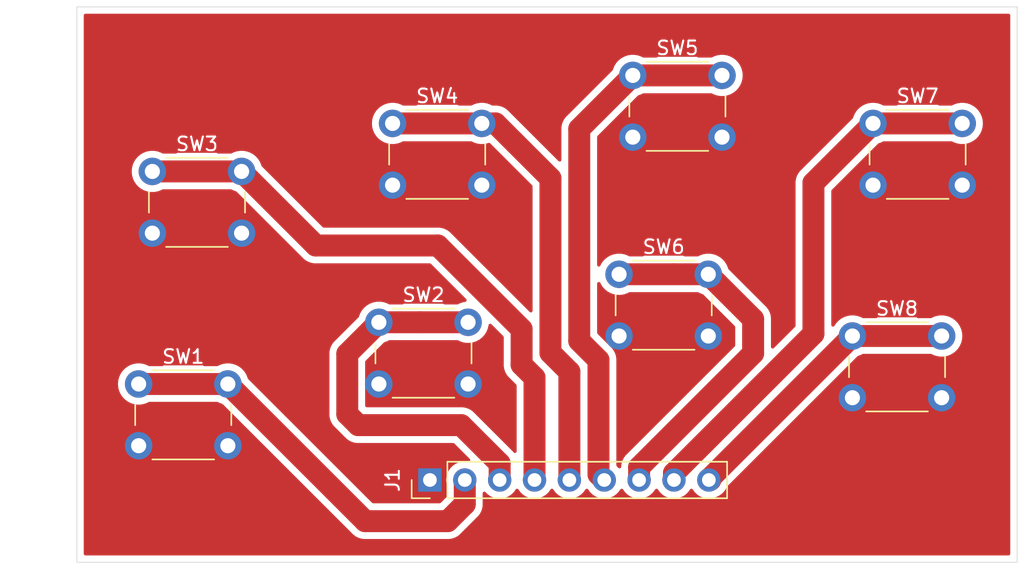
<source format=kicad_pcb>
(kicad_pcb (version 20240108) (generator "pcbnew") (generator_version "8.0")
  (layers (0 "F.Cu" signal) (31 "B.Cu" signal) (34 "B.Paste" user) (35 "F.Paste" user) (36 "B.SilkS" user "B.Silkscreen") (37 "F.SilkS" user "F.Silkscreen") (38 "B.Mask" user) (39 "F.Mask" user) (44 "Edge.Cuts" user))
  (net 0 "")
  (net 1 "Net-(J1-Pin_4)")
  (net 2 "GND")
  (net 3 "Net-(J1-Pin_9)")
  (net 4 "Net-(J1-Pin_6)")
  (net 5 "Net-(J1-Pin_7)")
  (net 6 "Net-(J1-Pin_5)")
  (net 7 "Net-(J1-Pin_8)")
  (net 8 "Net-(J1-Pin_3)")
  (net 9 "Net-(J1-Pin_2)")
  (footprint "Button_Switch_THT:SW_PUSH_6mm" (layer "F.Cu") (at 122 74.5)
    (property "Reference" "SW6" (at 3.25 -2 0) (layer "F.Cu" knockout))
    (property "Value" "SW_DPST")
    (fp_line (start -0.25 1.5) (end -0.25 3) (stroke (width 0.12)) (layer "F.SilkS"))
    (fp_line (start 1 5.5) (end 5.5 5.5) (stroke (width 0.12)) (layer "F.SilkS"))
    (fp_line (start 5.5 -1) (end 1 -1) (stroke (width 0.12)) (layer "F.SilkS"))
    (fp_line (start 6.75 3) (end 6.75 1.5) (stroke (width 0.12)) (layer "F.SilkS"))
    (pad "1" thru_hole circle (at 0 0 90) (size 2 2) (drill 1.1) (layers "*.Cu" "*.Mask") (net 5 "Net-(J1-Pin_7)"))
    (pad "1" thru_hole circle (at 6.5 0 90) (size 2 2) (drill 1.1) (layers "*.Cu" "*.Mask") (net 5 "Net-(J1-Pin_7)"))
    (pad "2" thru_hole circle (at 0 4.5 90) (size 2 2) (drill 1.1) (layers "*.Cu" "*.Mask") (net 2 "GND"))
    (pad "2" thru_hole circle (at 6.5 4.5 90) (size 2 2) (drill 1.1) (layers "*.Cu" "*.Mask") (net 2 "GND"))
  )
  (footprint "Button_Switch_THT:SW_PUSH_6mm" (layer "F.Cu") (at 104.5 78)
    (property "Reference" "SW2" (at 3.25 -2 0) (layer "F.Cu" knockout))
    (property "Value" "SW_DPST")
    (fp_line (start -0.25 1.5) (end -0.25 3) (stroke (width 0.12)) (layer "F.SilkS"))
    (fp_line (start 1 5.5) (end 5.5 5.5) (stroke (width 0.12)) (layer "F.SilkS"))
    (fp_line (start 5.5 -1) (end 1 -1) (stroke (width 0.12)) (layer "F.SilkS"))
    (fp_line (start 6.75 3) (end 6.75 1.5) (stroke (width 0.12)) (layer "F.SilkS"))
    (pad "1" thru_hole circle (at 0 0 90) (size 2 2) (drill 1.1) (layers "*.Cu" "*.Mask") (net 8 "Net-(J1-Pin_3)"))
    (pad "1" thru_hole circle (at 6.5 0 90) (size 2 2) (drill 1.1) (layers "*.Cu" "*.Mask") (net 8 "Net-(J1-Pin_3)"))
    (pad "2" thru_hole circle (at 0 4.5 90) (size 2 2) (drill 1.1) (layers "*.Cu" "*.Mask") (net 2 "GND"))
    (pad "2" thru_hole circle (at 6.5 4.5 90) (size 2 2) (drill 1.1) (layers "*.Cu" "*.Mask") (net 2 "GND"))
  )
  (footprint "Button_Switch_THT:SW_PUSH_6mm" (layer "F.Cu") (at 87 82.5)
    (property "Reference" "SW1" (at 3.25 -2 0) (layer "F.Cu" knockout))
    (property "Value" "SW_DPST")
    (fp_line (start -0.25 1.5) (end -0.25 3) (stroke (width 0.12)) (layer "F.SilkS"))
    (fp_line (start 1 5.5) (end 5.5 5.5) (stroke (width 0.12)) (layer "F.SilkS"))
    (fp_line (start 5.5 -1) (end 1 -1) (stroke (width 0.12)) (layer "F.SilkS"))
    (fp_line (start 6.75 3) (end 6.75 1.5) (stroke (width 0.12)) (layer "F.SilkS"))
    (pad "1" thru_hole circle (at 0 0 90) (size 2 2) (drill 1.1) (layers "*.Cu" "*.Mask") (net 9 "Net-(J1-Pin_2)"))
    (pad "1" thru_hole circle (at 6.5 0 90) (size 2 2) (drill 1.1) (layers "*.Cu" "*.Mask") (net 9 "Net-(J1-Pin_2)"))
    (pad "2" thru_hole circle (at 0 4.5 90) (size 2 2) (drill 1.1) (layers "*.Cu" "*.Mask") (net 2 "GND"))
    (pad "2" thru_hole circle (at 6.5 4.5 90) (size 2 2) (drill 1.1) (layers "*.Cu" "*.Mask") (net 2 "GND"))
  )
  (footprint "Connector_PinHeader_2.54mm:PinHeader_1x09_P2.54mm_Vertical" (layer "F.Cu") (at 108.22 89.5 90)
    (property "Reference" "J1" (at 0 -2.72 90) (layer "F.Cu" knockout))
    (property "Value" "Conn_01x09")
    (fp_line (start -1.33 -1.33) (end 0 -1.33) (stroke (width 0.12)) (layer "F.SilkS"))
    (fp_line (start -1.33 0) (end -1.33 -1.33) (stroke (width 0.12)) (layer "F.SilkS"))
    (fp_line (start 1.33 1.27) (end 1.33 21.65) (stroke (width 0.12)) (layer "F.SilkS"))
    (fp_line (start -1.33 1.27) (end 1.33 1.27) (stroke (width 0.12)) (layer "F.SilkS"))
    (fp_line (start -1.33 1.27) (end -1.33 21.65) (stroke (width 0.12)) (layer "F.SilkS"))
    (fp_line (start -1.33 21.65) (end 1.33 21.65) (stroke (width 0.12)) (layer "F.SilkS"))
    (pad "1" thru_hole rect (at 0 0 90) (size 1.7 1.7) (drill 1) (layers "*.Cu" "*.Mask") (net 2 "GND"))
    (pad "2" thru_hole oval (at 0 2.54 90) (size 1.7 1.7) (drill 1) (layers "*.Cu" "*.Mask") (net 9 "Net-(J1-Pin_2)"))
    (pad "3" thru_hole oval (at 0 5.08 90) (size 1.7 1.7) (drill 1) (layers "*.Cu" "*.Mask") (net 8 "Net-(J1-Pin_3)"))
    (pad "4" thru_hole oval (at 0 7.62 90) (size 1.7 1.7) (drill 1) (layers "*.Cu" "*.Mask") (net 1 "Net-(J1-Pin_4)"))
    (pad "5" thru_hole oval (at 0 10.16 90) (size 1.7 1.7) (drill 1) (layers "*.Cu" "*.Mask") (net 6 "Net-(J1-Pin_5)"))
    (pad "6" thru_hole oval (at 0 12.7 90) (size 1.7 1.7) (drill 1) (layers "*.Cu" "*.Mask") (net 4 "Net-(J1-Pin_6)"))
    (pad "7" thru_hole oval (at 0 15.24 90) (size 1.7 1.7) (drill 1) (layers "*.Cu" "*.Mask") (net 5 "Net-(J1-Pin_7)"))
    (pad "8" thru_hole oval (at 0 17.78 90) (size 1.7 1.7) (drill 1) (layers "*.Cu" "*.Mask") (net 7 "Net-(J1-Pin_8)"))
    (pad "9" thru_hole oval (at 0 20.32 90) (size 1.7 1.7) (drill 1) (layers "*.Cu" "*.Mask") (net 3 "Net-(J1-Pin_9)"))
  )
  (footprint "Button_Switch_THT:SW_PUSH_6mm" (layer "F.Cu") (at 123 60)
    (property "Reference" "SW5" (at 3.25 -2 0) (layer "F.Cu" knockout))
    (property "Value" "SW_DPST")
    (fp_line (start -0.25 1.5) (end -0.25 3) (stroke (width 0.12)) (layer "F.SilkS"))
    (fp_line (start 1 5.5) (end 5.5 5.5) (stroke (width 0.12)) (layer "F.SilkS"))
    (fp_line (start 5.5 -1) (end 1 -1) (stroke (width 0.12)) (layer "F.SilkS"))
    (fp_line (start 6.75 3) (end 6.75 1.5) (stroke (width 0.12)) (layer "F.SilkS"))
    (pad "1" thru_hole circle (at 0 0 90) (size 2 2) (drill 1.1) (layers "*.Cu" "*.Mask") (net 4 "Net-(J1-Pin_6)"))
    (pad "1" thru_hole circle (at 6.5 0 90) (size 2 2) (drill 1.1) (layers "*.Cu" "*.Mask") (net 4 "Net-(J1-Pin_6)"))
    (pad "2" thru_hole circle (at 0 4.5 90) (size 2 2) (drill 1.1) (layers "*.Cu" "*.Mask") (net 2 "GND"))
    (pad "2" thru_hole circle (at 6.5 4.5 90) (size 2 2) (drill 1.1) (layers "*.Cu" "*.Mask") (net 2 "GND"))
  )
  (footprint "Button_Switch_THT:SW_PUSH_6mm" (layer "F.Cu") (at 88 67)
    (property "Reference" "SW3" (at 3.25 -2 0) (layer "F.Cu" knockout))
    (property "Value" "SW_DPST")
    (fp_line (start -0.25 1.5) (end -0.25 3) (stroke (width 0.12)) (layer "F.SilkS"))
    (fp_line (start 1 5.5) (end 5.5 5.5) (stroke (width 0.12)) (layer "F.SilkS"))
    (fp_line (start 5.5 -1) (end 1 -1) (stroke (width 0.12)) (layer "F.SilkS"))
    (fp_line (start 6.75 3) (end 6.75 1.5) (stroke (width 0.12)) (layer "F.SilkS"))
    (pad "1" thru_hole circle (at 0 0 90) (size 2 2) (drill 1.1) (layers "*.Cu" "*.Mask") (net 1 "Net-(J1-Pin_4)"))
    (pad "1" thru_hole circle (at 6.5 0 90) (size 2 2) (drill 1.1) (layers "*.Cu" "*.Mask") (net 1 "Net-(J1-Pin_4)"))
    (pad "2" thru_hole circle (at 0 4.5 90) (size 2 2) (drill 1.1) (layers "*.Cu" "*.Mask") (net 2 "GND"))
    (pad "2" thru_hole circle (at 6.5 4.5 90) (size 2 2) (drill 1.1) (layers "*.Cu" "*.Mask") (net 2 "GND"))
  )
  (footprint "Button_Switch_THT:SW_PUSH_6mm" (layer "F.Cu") (at 139 79)
    (property "Reference" "SW8" (at 3.25 -2 0) (layer "F.Cu" knockout))
    (property "Value" "SW_DPST")
    (fp_line (start -0.25 1.5) (end -0.25 3) (stroke (width 0.12)) (layer "F.SilkS"))
    (fp_line (start 1 5.5) (end 5.5 5.5) (stroke (width 0.12)) (layer "F.SilkS"))
    (fp_line (start 5.5 -1) (end 1 -1) (stroke (width 0.12)) (layer "F.SilkS"))
    (fp_line (start 6.75 3) (end 6.75 1.5) (stroke (width 0.12)) (layer "F.SilkS"))
    (pad "1" thru_hole circle (at 0 0 90) (size 2 2) (drill 1.1) (layers "*.Cu" "*.Mask") (net 3 "Net-(J1-Pin_9)"))
    (pad "1" thru_hole circle (at 6.5 0 90) (size 2 2) (drill 1.1) (layers "*.Cu" "*.Mask") (net 3 "Net-(J1-Pin_9)"))
    (pad "2" thru_hole circle (at 0 4.5 90) (size 2 2) (drill 1.1) (layers "*.Cu" "*.Mask") (net 2 "GND"))
    (pad "2" thru_hole circle (at 6.5 4.5 90) (size 2 2) (drill 1.1) (layers "*.Cu" "*.Mask") (net 2 "GND"))
  )
  (footprint "Button_Switch_THT:SW_PUSH_6mm" (layer "F.Cu") (at 105.5 63.5)
    (property "Reference" "SW4" (at 3.25 -2 0) (layer "F.Cu" knockout))
    (property "Value" "SW_DPST")
    (fp_line (start -0.25 1.5) (end -0.25 3) (stroke (width 0.12)) (layer "F.SilkS"))
    (fp_line (start 1 5.5) (end 5.5 5.5) (stroke (width 0.12)) (layer "F.SilkS"))
    (fp_line (start 5.5 -1) (end 1 -1) (stroke (width 0.12)) (layer "F.SilkS"))
    (fp_line (start 6.75 3) (end 6.75 1.5) (stroke (width 0.12)) (layer "F.SilkS"))
    (pad "1" thru_hole circle (at 0 0 90) (size 2 2) (drill 1.1) (layers "*.Cu" "*.Mask") (net 6 "Net-(J1-Pin_5)"))
    (pad "1" thru_hole circle (at 6.5 0 90) (size 2 2) (drill 1.1) (layers "*.Cu" "*.Mask") (net 6 "Net-(J1-Pin_5)"))
    (pad "2" thru_hole circle (at 0 4.5 90) (size 2 2) (drill 1.1) (layers "*.Cu" "*.Mask") (net 2 "GND"))
    (pad "2" thru_hole circle (at 6.5 4.5 90) (size 2 2) (drill 1.1) (layers "*.Cu" "*.Mask") (net 2 "GND"))
  )
  (footprint "Button_Switch_THT:SW_PUSH_6mm" (layer "F.Cu") (at 140.5 63.5)
    (property "Reference" "SW7" (at 3.25 -2 0) (layer "F.Cu" knockout))
    (property "Value" "SW_DPST")
    (fp_line (start -0.25 1.5) (end -0.25 3) (stroke (width 0.12)) (layer "F.SilkS"))
    (fp_line (start 1 5.5) (end 5.5 5.5) (stroke (width 0.12)) (layer "F.SilkS"))
    (fp_line (start 5.5 -1) (end 1 -1) (stroke (width 0.12)) (layer "F.SilkS"))
    (fp_line (start 6.75 3) (end 6.75 1.5) (stroke (width 0.12)) (layer "F.SilkS"))
    (pad "1" thru_hole circle (at 0 0 90) (size 2 2) (drill 1.1) (layers "*.Cu" "*.Mask") (net 7 "Net-(J1-Pin_8)"))
    (pad "1" thru_hole circle (at 6.5 0 90) (size 2 2) (drill 1.1) (layers "*.Cu" "*.Mask") (net 7 "Net-(J1-Pin_8)"))
    (pad "2" thru_hole circle (at 0 4.5 90) (size 2 2) (drill 1.1) (layers "*.Cu" "*.Mask") (net 2 "GND"))
    (pad "2" thru_hole circle (at 6.5 4.5 90) (size 2 2) (drill 1.1) (layers "*.Cu" "*.Mask") (net 2 "GND"))
  )
  (gr_rect (start 82.5 55) (end 151 95.5) (stroke (width 0.05)) (fill none) (layer "Edge.Cuts"))
  (segment (start 114.9 81.092388) (end 115.84 82.032388) (width 1.6) (layer "F.Cu") (net 1))
  (segment (start 94.5 67) (end 99.9 72.4) (width 1.6) (layer "F.Cu") (net 1))
  (segment (start 114.9 78.5) (end 114.9 81.092388) (width 1.6) (layer "F.Cu") (net 1))
  (segment (start 115.84 82.032388) (end 115.84 89.5) (width 1.6) (layer "F.Cu") (net 1))
  (segment (start 108.8 72.4) (end 114.9 78.5) (width 1.6) (layer "F.Cu") (net 1))
  (segment (start 94.5 67) (end 88 67) (width 1.6) (layer "F.Cu") (net 1))
  (segment (start 99.9 72.4) (end 108.8 72.4) (width 1.6) (layer "F.Cu") (net 1))
  (segment (start 139 79) (end 145.5 79) (width 1.6) (layer "F.Cu") (net 3))
  (segment (start 128.65 89.35) (end 128.65 89.5) (width 1.6) (layer "F.Cu") (net 3))
  (segment (start 139 79) (end 128.65 89.35) (width 1.6) (layer "F.Cu") (net 3))
  (segment (start 128.54 89.46) (end 128.54 89.5) (width 0.2) (layer "F.Cu") (net 3))
  (segment (start 119.1 63.9) (end 119.1 79.352692) (width 1.6) (layer "F.Cu") (net 4))
  (segment (start 120.5 89.08) (end 120.92 89.5) (width 1.6) (layer "F.Cu") (net 4))
  (segment (start 129.5 60) (end 123 60) (width 1.6) (layer "F.Cu") (net 4))
  (segment (start 119.1 79.352692) (end 120.5 80.752692) (width 1.6) (layer "F.Cu") (net 4))
  (segment (start 120.5 80.752692) (end 120.5 89.08) (width 1.6) (layer "F.Cu") (net 4))
  (segment (start 123 60) (end 119.1 63.9) (width 1.6) (layer "F.Cu") (net 4))
  (segment (start 131.765076 80.265076) (end 131.765076 77.765076) (width 1.6) (layer "F.Cu") (net 5))
  (segment (start 123.46 89.5) (end 123.46 88.570152) (width 1.6) (layer "F.Cu") (net 5))
  (segment (start 123.46 88.570152) (end 131.765076 80.265076) (width 1.6) (layer "F.Cu") (net 5))
  (segment (start 128.5 74.5) (end 126 74.5) (width 1.6) (layer "F.Cu") (net 5))
  (segment (start 131.765076 77.765076) (end 128.5 74.5) (width 1.6) (layer "F.Cu") (net 5))
  (segment (start 126 74.5) (end 122 74.5) (width 1.6) (layer "F.Cu") (net 5))
  (segment (start 118.38 89.5) (end 118.38 81.60254) (width 1.6) (layer "F.Cu") (net 6))
  (segment (start 117 67.5) (end 113 63.5) (width 1.6) (layer "F.Cu") (net 6))
  (segment (start 118.38 81.60254) (end 117 80.22254) (width 1.6) (layer "F.Cu") (net 6))
  (segment (start 113 63.5) (end 112 63.5) (width 1.6) (layer "F.Cu") (net 6))
  (segment (start 112 63.5) (end 105.5 63.5) (width 1.6) (layer "F.Cu") (net 6))
  (segment (start 117 80.22254) (end 117 67.5) (width 1.6) (layer "F.Cu") (net 6))
  (segment (start 126 89) (end 126 89.5) (width 1.6) (layer "F.Cu") (net 7))
  (segment (start 140.5 63.5) (end 136.159798 67.840202) (width 1.6) (layer "F.Cu") (net 7))
  (segment (start 136.159798 67.840202) (end 136.159798 78.840202) (width 1.6) (layer "F.Cu") (net 7))
  (segment (start 136.159798 78.840202) (end 126 89) (width 1.6) (layer "F.Cu") (net 7))
  (segment (start 147 63.5) (end 140.5 63.5) (width 1.6) (layer "F.Cu") (net 7))
  (segment (start 107.5 78) (end 104.5 78) (width 1.6) (layer "F.Cu") (net 8))
  (segment (start 113.3 89.5) (end 113.3 88.297919) (width 1.6) (layer "F.Cu") (net 8))
  (segment (start 110.502081 85.5) (end 103 85.5) (width 1.6) (layer "F.Cu") (net 8))
  (segment (start 102.2 80.3) (end 104.5 78) (width 1.6) (layer "F.Cu") (net 8))
  (segment (start 102.2 84.7) (end 102.2 80.3) (width 1.6) (layer "F.Cu") (net 8))
  (segment (start 113.3 88.297919) (end 110.502081 85.5) (width 1.6) (layer "F.Cu") (net 8))
  (segment (start 103 85.5) (end 102.2 84.7) (width 1.6) (layer "F.Cu") (net 8))
  (segment (start 111 78) (end 107.5 78) (width 1.6) (layer "F.Cu") (net 8))
  (segment (start 93.5 82.5) (end 103.5 92.5) (width 1.6) (layer "F.Cu") (net 9))
  (segment (start 103.5 92.5) (end 109.52 92.5) (width 1.6) (layer "F.Cu") (net 9))
  (segment (start 109.52 92.5) (end 110.76 91.26) (width 1.6) (layer "F.Cu") (net 9))
  (segment (start 93.5 82.5) (end 87 82.5) (width 1.6) (layer "F.Cu") (net 9))
  (segment (start 110.76 91.26) (end 110.76 89.5) (width 1.6) (layer "F.Cu") (net 9))
  (zone (net 2) (net_name "GND") (layer "F.Cu") (connect_pads yes (clearance 0.5)) (min_thickness 0.25) (fill yes (thermal_gap 0.5) (thermal_bridge_width 0.5))
    (polygon (pts (xy 82 54.5) (xy 151.5 54.5) (xy 151.5 96) (xy 82 96)))
  )
)
</source>
